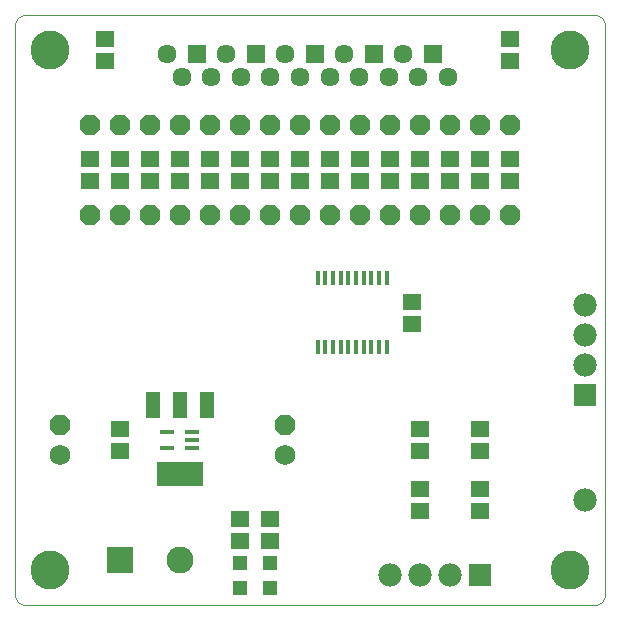
<source format=gts>
G75*
G70*
%OFA0B0*%
%FSLAX24Y24*%
%IPPOS*%
%LPD*%
%AMOC8*
5,1,8,0,0,1.08239X$1,22.5*
%
%ADD10C,0.0000*%
%ADD11C,0.1300*%
%ADD12R,0.0158X0.0512*%
%ADD13R,0.0631X0.0552*%
%ADD14R,0.1540X0.0800*%
%ADD15R,0.0460X0.0900*%
%ADD16R,0.0780X0.0780*%
%ADD17C,0.0780*%
%ADD18R,0.0500X0.0180*%
%ADD19R,0.0900X0.0900*%
%ADD20C,0.0900*%
%ADD21OC8,0.0680*%
%ADD22C,0.0680*%
%ADD23R,0.0512X0.0512*%
%ADD24C,0.0636*%
%ADD25R,0.0636X0.0636*%
D10*
X000160Y000554D02*
X000160Y019451D01*
X000162Y019490D01*
X000168Y019528D01*
X000177Y019565D01*
X000190Y019602D01*
X000207Y019637D01*
X000226Y019670D01*
X000249Y019701D01*
X000275Y019730D01*
X000304Y019756D01*
X000335Y019779D01*
X000368Y019798D01*
X000403Y019815D01*
X000440Y019828D01*
X000477Y019837D01*
X000515Y019843D01*
X000554Y019845D01*
X019451Y019845D01*
X019490Y019843D01*
X019528Y019837D01*
X019565Y019828D01*
X019602Y019815D01*
X019637Y019798D01*
X019670Y019779D01*
X019701Y019756D01*
X019730Y019730D01*
X019756Y019701D01*
X019779Y019670D01*
X019798Y019637D01*
X019815Y019602D01*
X019828Y019565D01*
X019837Y019528D01*
X019843Y019490D01*
X019845Y019451D01*
X019845Y000554D01*
X019843Y000515D01*
X019837Y000477D01*
X019828Y000440D01*
X019815Y000403D01*
X019798Y000368D01*
X019779Y000335D01*
X019756Y000304D01*
X019730Y000275D01*
X019701Y000249D01*
X019670Y000226D01*
X019637Y000207D01*
X019602Y000190D01*
X019565Y000177D01*
X019528Y000168D01*
X019490Y000162D01*
X019451Y000160D01*
X000554Y000160D01*
X000515Y000162D01*
X000477Y000168D01*
X000440Y000177D01*
X000403Y000190D01*
X000368Y000207D01*
X000335Y000226D01*
X000304Y000249D01*
X000275Y000275D01*
X000249Y000304D01*
X000226Y000335D01*
X000207Y000368D01*
X000190Y000403D01*
X000177Y000440D01*
X000168Y000477D01*
X000162Y000515D01*
X000160Y000554D01*
D11*
X001341Y001341D03*
X018664Y001341D03*
X018664Y018664D03*
X001341Y018664D03*
D12*
X010258Y011052D03*
X010514Y011052D03*
X010770Y011052D03*
X011026Y011052D03*
X011282Y011052D03*
X011538Y011052D03*
X011794Y011052D03*
X012050Y011052D03*
X012306Y011052D03*
X012562Y011052D03*
X012562Y008768D03*
X012306Y008768D03*
X012050Y008768D03*
X011794Y008768D03*
X011538Y008768D03*
X011282Y008768D03*
X011026Y008768D03*
X010770Y008768D03*
X010514Y008768D03*
X010258Y008768D03*
D13*
X013410Y009536D03*
X013410Y010284D03*
X013660Y014286D03*
X013660Y015034D03*
X012660Y015034D03*
X012660Y014286D03*
X011660Y014286D03*
X011660Y015034D03*
X010660Y015034D03*
X010660Y014286D03*
X009660Y014286D03*
X009660Y015034D03*
X008660Y015034D03*
X008660Y014286D03*
X007660Y014286D03*
X007660Y015034D03*
X006660Y015034D03*
X006660Y014286D03*
X005660Y014286D03*
X005660Y015034D03*
X004660Y015034D03*
X004660Y014286D03*
X003660Y014286D03*
X003660Y015034D03*
X002660Y015034D03*
X002660Y014286D03*
X003160Y018286D03*
X003160Y019034D03*
X014660Y015034D03*
X014660Y014286D03*
X015660Y014286D03*
X015660Y015034D03*
X016660Y015034D03*
X016660Y014286D03*
X016660Y018286D03*
X016660Y019034D03*
X015660Y006034D03*
X015660Y005286D03*
X015660Y004034D03*
X015660Y003286D03*
X013660Y003286D03*
X013660Y004034D03*
X013660Y005286D03*
X013660Y006034D03*
X008660Y003034D03*
X008660Y002286D03*
X007660Y002286D03*
X007660Y003034D03*
X003660Y005286D03*
X003660Y006034D03*
D14*
X005660Y004518D03*
D15*
X005660Y006841D03*
X006566Y006841D03*
X004754Y006841D03*
D16*
X015660Y001160D03*
X019160Y007160D03*
D17*
X019160Y008160D03*
X019160Y009160D03*
X019160Y010160D03*
X019160Y003660D03*
X014660Y001160D03*
X013660Y001160D03*
X012660Y001160D03*
D18*
X006070Y005400D03*
X006070Y005660D03*
X006070Y005920D03*
X005250Y005920D03*
X005250Y005400D03*
D19*
X003660Y001660D03*
D20*
X005660Y001660D03*
D21*
X009160Y006160D03*
X008660Y013160D03*
X007660Y013160D03*
X006660Y013160D03*
X005660Y013160D03*
X004660Y013160D03*
X003660Y013160D03*
X002660Y013160D03*
X002660Y016160D03*
X003660Y016160D03*
X004660Y016160D03*
X005660Y016160D03*
X006660Y016160D03*
X007660Y016160D03*
X008660Y016160D03*
X009660Y016160D03*
X010660Y016160D03*
X011660Y016160D03*
X012660Y016160D03*
X013660Y016160D03*
X014660Y016160D03*
X015660Y016160D03*
X016660Y016160D03*
X016660Y013160D03*
X015660Y013160D03*
X014660Y013160D03*
X013660Y013160D03*
X012660Y013160D03*
X011660Y013160D03*
X010660Y013160D03*
X009660Y013160D03*
X001660Y006160D03*
D22*
X001660Y005160D03*
X009160Y005160D03*
D23*
X008660Y001573D03*
X008660Y000747D03*
X007660Y000747D03*
X007660Y001573D03*
D24*
X007699Y017754D03*
X007207Y018541D03*
X006715Y017754D03*
X005731Y017754D03*
X005239Y018541D03*
X008684Y017754D03*
X009176Y018541D03*
X009668Y017754D03*
X010652Y017754D03*
X011144Y018541D03*
X011636Y017754D03*
X012621Y017754D03*
X013113Y018541D03*
X013605Y017754D03*
X014589Y017754D03*
D25*
X014097Y018541D03*
X012129Y018541D03*
X010160Y018541D03*
X008191Y018541D03*
X006223Y018541D03*
M02*

</source>
